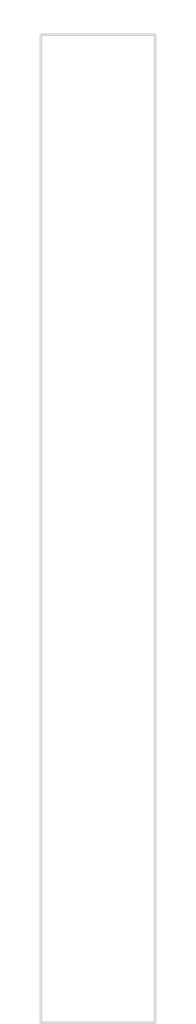
<source format=kicad_pcb>
(kicad_pcb (version 20211014) (generator pcbnew)
  (title_block (title "Front Panel for Eurorack Bus Driver Module") (date "2022-05-28") (rev "1.0") (company "Len Popp") (comment 1 "Copyright © 2022 Len Popp CC BY") (comment 2 "NOTE: Holes only. No pads or tracks."))
  (layers (0 "F.Cu" signal) (31 "B.Cu" signal) (34 "B.Paste" user) (35 "F.Paste" user) (36 "B.SilkS" user "B.Silkscreen") (37 "F.SilkS" user "F.Silkscreen") (38 "B.Mask" user) (39 "F.Mask" user) (44 "Edge.Cuts" user))
  (net 0 "")
  (footprint "-lmp-holes:MountingHole_Panel_3.2mm_M3" (layer "F.Cu") (at 127.5 43)
    (fp_text reference "REF**" hide)
    (fp_text value "MountingHole_Panel_3.2mm_M3")
    (pad "" np_thru_hole circle locked (at 0 0) (size 3.2 3.2) (drill 3.2) (layers *.Cu *.Mask))
  )
  (footprint "-lmp-holes:MountingHole_Panel_3.2mm_M3" (layer "F.Cu") (at 127.5 165.5)
    (fp_text reference "REF**" hide)
    (fp_text value "MountingHole_Panel_3.2mm_M3")
    (pad "" np_thru_hole circle locked (at 0 0) (size 3.2 3.2) (drill 3.2) (layers *.Cu *.Mask))
  )
  (footprint "-lmp-holes:MountingHole_Jack_3.5mm_PJ398" (layer "F.Cu") (at 127.45 146.609)
    (fp_text reference "REF**" hide)
    (fp_text value "MountingHole_Jack_3.5mm_PJ398")
    (pad "" np_thru_hole circle locked (at 0 0) (size 6.3 6.3) (drill 6.3) (layers *.Cu *.Mask))
  )
  (footprint "-lmp-holes:MountingHole_Jack_3.5mm_PJ398" (layer "F.Cu") (at 127.45 132.391)
    (fp_text reference "REF**" hide)
    (fp_text value "MountingHole_Jack_3.5mm_PJ398")
    (pad "" np_thru_hole circle locked (at 0 0) (size 6.3 6.3) (drill 6.3) (layers *.Cu *.Mask))
  )
  (footprint "-lmp-holes:MountingHole_Jack_3.5mm_PJ398" (layer "F.Cu") (at 127.45 76.109)
    (fp_text reference "REF**" hide)
    (fp_text value "MountingHole_Jack_3.5mm_PJ398")
    (pad "" np_thru_hole circle locked (at 0 0) (size 6.3 6.3) (drill 6.3) (layers *.Cu *.Mask))
  )
  (footprint "-lmp-holes:MountingHole_SW_Toggle_5mm" (layer "F.Cu") (at 127.45 104.265)
    (fp_text reference "REF**" hide)
    (fp_text value "MountingHole_SW_Toggle_5mm")
    (pad "" np_thru_hole circle locked (at 0 0) (size 5 5) (drill 5) (layers *.Cu *.Mask))
  )
  (footprint "-lmp-holes:MountingHole_Jack_3.5mm_PJ398" (layer "F.Cu") (at 127.45 61.891)
    (fp_text reference "REF**" hide)
    (fp_text value "MountingHole_Jack_3.5mm_PJ398")
    (pad "" np_thru_hole circle locked (at 0 0) (size 6.3 6.3) (drill 6.3) (layers *.Cu *.Mask))
  )
  (gr_line (start 120 168.5) (end 120 40) (layer "Edge.Cuts") (width 0.3556))
  (gr_line (start 134.9 40) (end 134.9 168.5) (layer "Edge.Cuts") (width 0.3556))
  (gr_line (start 120 40) (end 134.9 40) (layer "Edge.Cuts") (width 0.3556))
  (gr_line (start 134.9 168.5) (end 120 168.5) (layer "Edge.Cuts") (width 0.3556))
)
</source>
